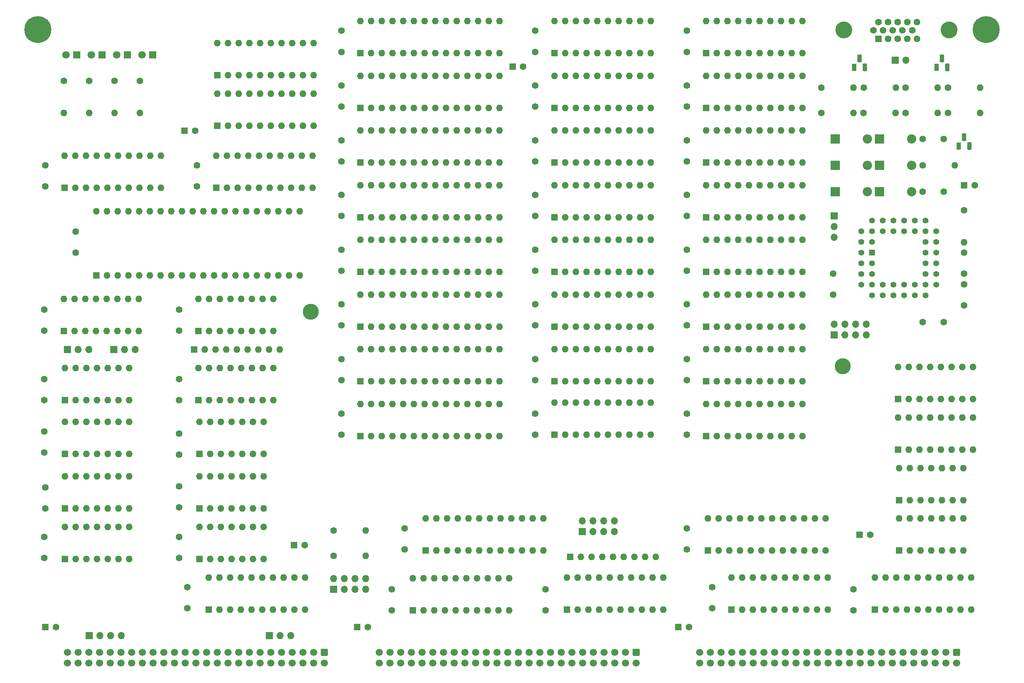
<source format=gbr>
%TF.GenerationSoftware,KiCad,Pcbnew,(6.0.11)*%
%TF.CreationDate,2024-01-19T05:48:24-05:00*%
%TF.ProjectId,input-output.GDC,696e7075-742d-46f7-9574-7075742e4744,rev?*%
%TF.SameCoordinates,Original*%
%TF.FileFunction,Soldermask,Bot*%
%TF.FilePolarity,Negative*%
%FSLAX46Y46*%
G04 Gerber Fmt 4.6, Leading zero omitted, Abs format (unit mm)*
G04 Created by KiCad (PCBNEW (6.0.11)) date 2024-01-19 05:48:24*
%MOMM*%
%LPD*%
G01*
G04 APERTURE LIST*
G04 Aperture macros list*
%AMRoundRect*
0 Rectangle with rounded corners*
0 $1 Rounding radius*
0 $2 $3 $4 $5 $6 $7 $8 $9 X,Y pos of 4 corners*
0 Add a 4 corners polygon primitive as box body*
4,1,4,$2,$3,$4,$5,$6,$7,$8,$9,$2,$3,0*
0 Add four circle primitives for the rounded corners*
1,1,$1+$1,$2,$3*
1,1,$1+$1,$4,$5*
1,1,$1+$1,$6,$7*
1,1,$1+$1,$8,$9*
0 Add four rect primitives between the rounded corners*
20,1,$1+$1,$2,$3,$4,$5,0*
20,1,$1+$1,$4,$5,$6,$7,0*
20,1,$1+$1,$6,$7,$8,$9,0*
20,1,$1+$1,$8,$9,$2,$3,0*%
G04 Aperture macros list end*
%ADD10C,6.400000*%
%ADD11RoundRect,0.250000X-0.600000X0.600000X-0.600000X-0.600000X0.600000X-0.600000X0.600000X0.600000X0*%
%ADD12C,1.700000*%
%ADD13R,1.700000X1.700000*%
%ADD14O,1.700000X1.700000*%
%ADD15C,1.600000*%
%ADD16R,1.600000X1.600000*%
%ADD17O,1.600000X1.600000*%
%ADD18R,2.200000X2.200000*%
%ADD19O,2.200000X2.200000*%
%ADD20R,1.800000X1.800000*%
%ADD21C,1.800000*%
%ADD22C,4.000000*%
%ADD23C,3.800000*%
%ADD24R,1.422400X1.422400*%
%ADD25C,1.422400*%
%ADD26R,1.100000X1.800000*%
%ADD27RoundRect,0.275000X-0.275000X-0.625000X0.275000X-0.625000X0.275000X0.625000X-0.275000X0.625000X0*%
G04 APERTURE END LIST*
D10*
%TO.C,H2*%
X265000000Y-75000000D03*
%TD*%
%TO.C,H1*%
X40000000Y-75000000D03*
%TD*%
D11*
%TO.C,P2*%
X182000000Y-223000000D03*
D12*
X182000000Y-225540000D03*
X179460000Y-223000000D03*
X179460000Y-225540000D03*
X176920000Y-223000000D03*
X176920000Y-225540000D03*
X174380000Y-223000000D03*
X174380000Y-225540000D03*
X171840000Y-223000000D03*
X171840000Y-225540000D03*
X169300000Y-223000000D03*
X169300000Y-225540000D03*
X166760000Y-223000000D03*
X166760000Y-225540000D03*
X164220000Y-223000000D03*
X164220000Y-225540000D03*
X161680000Y-223000000D03*
X161680000Y-225540000D03*
X159140000Y-223000000D03*
X159140000Y-225540000D03*
X156600000Y-223000000D03*
X156600000Y-225540000D03*
X154060000Y-223000000D03*
X154060000Y-225540000D03*
X151520000Y-223000000D03*
X151520000Y-225540000D03*
X148980000Y-223000000D03*
X148980000Y-225540000D03*
X146440000Y-223000000D03*
X146440000Y-225540000D03*
X143900000Y-223000000D03*
X143900000Y-225540000D03*
X141360000Y-223000000D03*
X141360000Y-225540000D03*
X138820000Y-223000000D03*
X138820000Y-225540000D03*
X136280000Y-223000000D03*
X136280000Y-225540000D03*
X133740000Y-223000000D03*
X133740000Y-225540000D03*
X131200000Y-223000000D03*
X131200000Y-225540000D03*
X128660000Y-223000000D03*
X128660000Y-225540000D03*
X126120000Y-223000000D03*
X126120000Y-225540000D03*
X123580000Y-223000000D03*
X123580000Y-225540000D03*
X121040000Y-223000000D03*
X121040000Y-225540000D03*
%TD*%
D11*
%TO.C,P3*%
X258000000Y-223000000D03*
D12*
X258000000Y-225540000D03*
X255460000Y-223000000D03*
X255460000Y-225540000D03*
X252920000Y-223000000D03*
X252920000Y-225540000D03*
X250380000Y-223000000D03*
X250380000Y-225540000D03*
X247840000Y-223000000D03*
X247840000Y-225540000D03*
X245300000Y-223000000D03*
X245300000Y-225540000D03*
X242760000Y-223000000D03*
X242760000Y-225540000D03*
X240220000Y-223000000D03*
X240220000Y-225540000D03*
X237680000Y-223000000D03*
X237680000Y-225540000D03*
X235140000Y-223000000D03*
X235140000Y-225540000D03*
X232600000Y-223000000D03*
X232600000Y-225540000D03*
X230060000Y-223000000D03*
X230060000Y-225540000D03*
X227520000Y-223000000D03*
X227520000Y-225540000D03*
X224980000Y-223000000D03*
X224980000Y-225540000D03*
X222440000Y-223000000D03*
X222440000Y-225540000D03*
X219900000Y-223000000D03*
X219900000Y-225540000D03*
X217360000Y-223000000D03*
X217360000Y-225540000D03*
X214820000Y-223000000D03*
X214820000Y-225540000D03*
X212280000Y-223000000D03*
X212280000Y-225540000D03*
X209740000Y-223000000D03*
X209740000Y-225540000D03*
X207200000Y-223000000D03*
X207200000Y-225540000D03*
X204660000Y-223000000D03*
X204660000Y-225540000D03*
X202120000Y-223000000D03*
X202120000Y-225540000D03*
X199580000Y-223000000D03*
X199580000Y-225540000D03*
X197040000Y-223000000D03*
X197040000Y-225540000D03*
%TD*%
D11*
%TO.C,P1*%
X108000000Y-223000000D03*
D12*
X108000000Y-225540000D03*
X105460000Y-223000000D03*
X105460000Y-225540000D03*
X102920000Y-223000000D03*
X102920000Y-225540000D03*
X100380000Y-223000000D03*
X100380000Y-225540000D03*
X97840000Y-223000000D03*
X97840000Y-225540000D03*
X95300000Y-223000000D03*
X95300000Y-225540000D03*
X92760000Y-223000000D03*
X92760000Y-225540000D03*
X90220000Y-223000000D03*
X90220000Y-225540000D03*
X87680000Y-223000000D03*
X87680000Y-225540000D03*
X85140000Y-223000000D03*
X85140000Y-225540000D03*
X82600000Y-223000000D03*
X82600000Y-225540000D03*
X80060000Y-223000000D03*
X80060000Y-225540000D03*
X77520000Y-223000000D03*
X77520000Y-225540000D03*
X74980000Y-223000000D03*
X74980000Y-225540000D03*
X72440000Y-223000000D03*
X72440000Y-225540000D03*
X69900000Y-223000000D03*
X69900000Y-225540000D03*
X67360000Y-223000000D03*
X67360000Y-225540000D03*
X64820000Y-223000000D03*
X64820000Y-225540000D03*
X62280000Y-223000000D03*
X62280000Y-225540000D03*
X59740000Y-223000000D03*
X59740000Y-225540000D03*
X57200000Y-223000000D03*
X57200000Y-225540000D03*
X54660000Y-223000000D03*
X54660000Y-225540000D03*
X52120000Y-223000000D03*
X52120000Y-225540000D03*
X49580000Y-223000000D03*
X49580000Y-225540000D03*
X47040000Y-223000000D03*
X47040000Y-225540000D03*
%TD*%
D13*
%TO.C,JP1*%
X229000000Y-119225000D03*
D14*
X229000000Y-121765000D03*
X229000000Y-124305000D03*
%TD*%
D15*
%TO.C,C16*%
X73500000Y-171000000D03*
X73500000Y-176000000D03*
%TD*%
D16*
%TO.C,U32*%
X198575000Y-93570000D03*
D17*
X201115000Y-93570000D03*
X203655000Y-93570000D03*
X206195000Y-93570000D03*
X208735000Y-93570000D03*
X211275000Y-93570000D03*
X213815000Y-93570000D03*
X216355000Y-93570000D03*
X218895000Y-93570000D03*
X221435000Y-93570000D03*
X221435000Y-85950000D03*
X218895000Y-85950000D03*
X216355000Y-85950000D03*
X213815000Y-85950000D03*
X211275000Y-85950000D03*
X208735000Y-85950000D03*
X206195000Y-85950000D03*
X203655000Y-85950000D03*
X201115000Y-85950000D03*
X198575000Y-85950000D03*
%TD*%
D15*
%TO.C,C58*%
X41800000Y-183750000D03*
X41800000Y-188750000D03*
%TD*%
D16*
%TO.C,U3*%
X132025000Y-198800000D03*
D17*
X134565000Y-198800000D03*
X137105000Y-198800000D03*
X139645000Y-198800000D03*
X142185000Y-198800000D03*
X144725000Y-198800000D03*
X147265000Y-198800000D03*
X149805000Y-198800000D03*
X152345000Y-198800000D03*
X154885000Y-198800000D03*
X157425000Y-198800000D03*
X159965000Y-198800000D03*
X159965000Y-191180000D03*
X157425000Y-191180000D03*
X154885000Y-191180000D03*
X152345000Y-191180000D03*
X149805000Y-191180000D03*
X147265000Y-191180000D03*
X144725000Y-191180000D03*
X142185000Y-191180000D03*
X139645000Y-191180000D03*
X137105000Y-191180000D03*
X134565000Y-191180000D03*
X132025000Y-191180000D03*
%TD*%
D15*
%TO.C,R5*%
X255940000Y-94750000D03*
D17*
X263560000Y-94750000D03*
%TD*%
D15*
%TO.C,C52*%
X250000000Y-144500000D03*
X255000000Y-144500000D03*
%TD*%
%TO.C,R2*%
X225940000Y-94750000D03*
D17*
X233560000Y-94750000D03*
%TD*%
D16*
%TO.C,U28*%
X116500000Y-93570000D03*
D17*
X119040000Y-93570000D03*
X121580000Y-93570000D03*
X124120000Y-93570000D03*
X126660000Y-93570000D03*
X129200000Y-93570000D03*
X131740000Y-93570000D03*
X134280000Y-93570000D03*
X136820000Y-93570000D03*
X139360000Y-93570000D03*
X141900000Y-93570000D03*
X144440000Y-93570000D03*
X146980000Y-93570000D03*
X149520000Y-93570000D03*
X149520000Y-85950000D03*
X146980000Y-85950000D03*
X144440000Y-85950000D03*
X141900000Y-85950000D03*
X139360000Y-85950000D03*
X136820000Y-85950000D03*
X134280000Y-85950000D03*
X131740000Y-85950000D03*
X129200000Y-85950000D03*
X126660000Y-85950000D03*
X124120000Y-85950000D03*
X121580000Y-85950000D03*
X119040000Y-85950000D03*
X116500000Y-85950000D03*
%TD*%
D16*
%TO.C,U17*%
X78375000Y-175800000D03*
D17*
X80915000Y-175800000D03*
X83455000Y-175800000D03*
X85995000Y-175800000D03*
X88535000Y-175800000D03*
X91075000Y-175800000D03*
X93615000Y-175800000D03*
X93615000Y-168180000D03*
X91075000Y-168180000D03*
X88535000Y-168180000D03*
X85995000Y-168180000D03*
X83455000Y-168180000D03*
X80915000Y-168180000D03*
X78375000Y-168180000D03*
%TD*%
D16*
%TO.C,U4*%
X53875000Y-133395000D03*
D17*
X56415000Y-133395000D03*
X58955000Y-133395000D03*
X61495000Y-133395000D03*
X64035000Y-133395000D03*
X66575000Y-133395000D03*
X69115000Y-133395000D03*
X71655000Y-133395000D03*
X74195000Y-133395000D03*
X76735000Y-133395000D03*
X79275000Y-133395000D03*
X81815000Y-133395000D03*
X84355000Y-133395000D03*
X86895000Y-133395000D03*
X89435000Y-133395000D03*
X91975000Y-133395000D03*
X94515000Y-133395000D03*
X97055000Y-133395000D03*
X99595000Y-133395000D03*
X102135000Y-133395000D03*
X102135000Y-118155000D03*
X99595000Y-118155000D03*
X97055000Y-118155000D03*
X94515000Y-118155000D03*
X91975000Y-118155000D03*
X89435000Y-118155000D03*
X86895000Y-118155000D03*
X84355000Y-118155000D03*
X81815000Y-118155000D03*
X79275000Y-118155000D03*
X76735000Y-118155000D03*
X74195000Y-118155000D03*
X71655000Y-118155000D03*
X69115000Y-118155000D03*
X66575000Y-118155000D03*
X64035000Y-118155000D03*
X61495000Y-118155000D03*
X58955000Y-118155000D03*
X56415000Y-118155000D03*
X53875000Y-118155000D03*
%TD*%
D16*
%TO.C,U31*%
X198575000Y-145570000D03*
D17*
X201115000Y-145570000D03*
X203655000Y-145570000D03*
X206195000Y-145570000D03*
X208735000Y-145570000D03*
X211275000Y-145570000D03*
X213815000Y-145570000D03*
X216355000Y-145570000D03*
X218895000Y-145570000D03*
X221435000Y-145570000D03*
X221435000Y-137950000D03*
X218895000Y-137950000D03*
X216355000Y-137950000D03*
X213815000Y-137950000D03*
X211275000Y-137950000D03*
X208735000Y-137950000D03*
X206195000Y-137950000D03*
X203655000Y-137950000D03*
X201115000Y-137950000D03*
X198575000Y-137950000D03*
%TD*%
D15*
%TO.C,C55*%
X194000000Y-101270000D03*
X194000000Y-106270000D03*
%TD*%
D16*
%TO.C,J2*%
X244125000Y-162800000D03*
D17*
X246665000Y-162800000D03*
X249205000Y-162800000D03*
X251745000Y-162800000D03*
X254285000Y-162800000D03*
X256825000Y-162800000D03*
X259365000Y-162800000D03*
X261905000Y-162800000D03*
X261905000Y-155180000D03*
X259365000Y-155180000D03*
X256825000Y-155180000D03*
X254285000Y-155180000D03*
X251745000Y-155180000D03*
X249205000Y-155180000D03*
X246665000Y-155180000D03*
X244125000Y-155180000D03*
%TD*%
D16*
%TO.C,U7*%
X199000000Y-198800000D03*
D17*
X201540000Y-198800000D03*
X204080000Y-198800000D03*
X206620000Y-198800000D03*
X209160000Y-198800000D03*
X211700000Y-198800000D03*
X214240000Y-198800000D03*
X216780000Y-198800000D03*
X219320000Y-198800000D03*
X221860000Y-198800000D03*
X224400000Y-198800000D03*
X226940000Y-198800000D03*
X226940000Y-191180000D03*
X224400000Y-191180000D03*
X221860000Y-191180000D03*
X219320000Y-191180000D03*
X216780000Y-191180000D03*
X214240000Y-191180000D03*
X211700000Y-191180000D03*
X209160000Y-191180000D03*
X206620000Y-191180000D03*
X204080000Y-191180000D03*
X201540000Y-191180000D03*
X199000000Y-191180000D03*
%TD*%
D18*
%TO.C,D9*%
X229190000Y-101000000D03*
D19*
X236810000Y-101000000D03*
%TD*%
D15*
%TO.C,C43*%
X112000000Y-127270000D03*
X112000000Y-132270000D03*
%TD*%
D16*
%TO.C,C22*%
X115794900Y-217000000D03*
D15*
X118294900Y-217000000D03*
%TD*%
%TO.C,C10*%
X73500000Y-141500000D03*
X73500000Y-146500000D03*
%TD*%
%TO.C,C46*%
X194000000Y-153270000D03*
X194000000Y-158270000D03*
%TD*%
D16*
%TO.C,U29*%
X198575000Y-171570000D03*
D17*
X201115000Y-171570000D03*
X203655000Y-171570000D03*
X206195000Y-171570000D03*
X208735000Y-171570000D03*
X211275000Y-171570000D03*
X213815000Y-171570000D03*
X216355000Y-171570000D03*
X218895000Y-171570000D03*
X221435000Y-171570000D03*
X221435000Y-163950000D03*
X218895000Y-163950000D03*
X216355000Y-163950000D03*
X213815000Y-163950000D03*
X211275000Y-163950000D03*
X208735000Y-163950000D03*
X206195000Y-163950000D03*
X203655000Y-163950000D03*
X201115000Y-163950000D03*
X198575000Y-163950000D03*
%TD*%
D15*
%TO.C,C31*%
X259750000Y-135500000D03*
X259750000Y-140500000D03*
%TD*%
D20*
%TO.C,D1*%
X49250000Y-80950000D03*
D21*
X46710000Y-80950000D03*
%TD*%
D16*
%TO.C,X4*%
X46425000Y-175800000D03*
D17*
X48965000Y-175800000D03*
X51505000Y-175800000D03*
X54045000Y-175800000D03*
X56585000Y-175800000D03*
X59125000Y-175800000D03*
X61665000Y-175800000D03*
X61665000Y-168180000D03*
X59125000Y-168180000D03*
X56585000Y-168180000D03*
X54045000Y-168180000D03*
X51505000Y-168180000D03*
X48965000Y-168180000D03*
X46425000Y-168180000D03*
%TD*%
D15*
%TO.C,C14*%
X160500000Y-208000000D03*
X160500000Y-213000000D03*
%TD*%
%TO.C,R10*%
X255940000Y-88750000D03*
D17*
X263560000Y-88750000D03*
%TD*%
D16*
%TO.C,U33*%
X162575000Y-158570000D03*
D17*
X165115000Y-158570000D03*
X167655000Y-158570000D03*
X170195000Y-158570000D03*
X172735000Y-158570000D03*
X175275000Y-158570000D03*
X177815000Y-158570000D03*
X180355000Y-158570000D03*
X182895000Y-158570000D03*
X185435000Y-158570000D03*
X185435000Y-150950000D03*
X182895000Y-150950000D03*
X180355000Y-150950000D03*
X177815000Y-150950000D03*
X175275000Y-150950000D03*
X172735000Y-150950000D03*
X170195000Y-150950000D03*
X167655000Y-150950000D03*
X165115000Y-150950000D03*
X162575000Y-150950000D03*
%TD*%
D16*
%TO.C,C20*%
X192000000Y-217000000D03*
D15*
X194500000Y-217000000D03*
%TD*%
%TO.C,C45*%
X194000000Y-166270000D03*
X194000000Y-171270000D03*
%TD*%
%TO.C,C7*%
X194000000Y-193500000D03*
X194000000Y-198500000D03*
%TD*%
D16*
%TO.C,C27*%
X235000000Y-195000000D03*
D15*
X237500000Y-195000000D03*
%TD*%
D16*
%TO.C,J5*%
X244125000Y-174800000D03*
D17*
X246665000Y-174800000D03*
X249205000Y-174800000D03*
X251745000Y-174800000D03*
X254285000Y-174800000D03*
X256825000Y-174800000D03*
X259365000Y-174800000D03*
X261905000Y-174800000D03*
X261905000Y-167180000D03*
X259365000Y-167180000D03*
X256825000Y-167180000D03*
X254285000Y-167180000D03*
X251745000Y-167180000D03*
X249205000Y-167180000D03*
X246665000Y-167180000D03*
X244125000Y-167180000D03*
%TD*%
D15*
%TO.C,C37*%
X194000000Y-127270000D03*
X194000000Y-132270000D03*
%TD*%
%TO.C,R13*%
X110190000Y-194000000D03*
D17*
X117810000Y-194000000D03*
%TD*%
D16*
%TO.C,U21*%
X165575000Y-212800000D03*
D17*
X168115000Y-212800000D03*
X170655000Y-212800000D03*
X173195000Y-212800000D03*
X175735000Y-212800000D03*
X178275000Y-212800000D03*
X180815000Y-212800000D03*
X183355000Y-212800000D03*
X185895000Y-212800000D03*
X188435000Y-212800000D03*
X188435000Y-205180000D03*
X185895000Y-205180000D03*
X183355000Y-205180000D03*
X180815000Y-205180000D03*
X178275000Y-205180000D03*
X175735000Y-205180000D03*
X173195000Y-205180000D03*
X170655000Y-205180000D03*
X168115000Y-205180000D03*
X165575000Y-205180000D03*
%TD*%
D22*
%TO.C,P5*%
X231265000Y-75100300D03*
X256265000Y-75100300D03*
D16*
X239450000Y-77150300D03*
D15*
X241740000Y-77150300D03*
X244030000Y-77150300D03*
X246320000Y-77150300D03*
X248610000Y-77150300D03*
X238305000Y-75170300D03*
X240595000Y-75170300D03*
X242885000Y-75170300D03*
X245175000Y-75170300D03*
X247465000Y-75170300D03*
X239450000Y-73190300D03*
X241740000Y-73190300D03*
X244030000Y-73190300D03*
X246320000Y-73190300D03*
X248610000Y-73190300D03*
%TD*%
%TO.C,C18*%
X73500000Y-183500000D03*
X73500000Y-188500000D03*
%TD*%
%TO.C,C54*%
X158000000Y-153270000D03*
X158000000Y-158270000D03*
%TD*%
D18*
%TO.C,D6*%
X239690000Y-113500000D03*
D19*
X247310000Y-113500000D03*
%TD*%
D15*
%TO.C,C9*%
X41550000Y-195500000D03*
X41550000Y-200500000D03*
%TD*%
%TO.C,C15*%
X49000000Y-123000000D03*
X49000000Y-128000000D03*
%TD*%
D23*
%TO.C,H4*%
X231000000Y-155000000D03*
%TD*%
D16*
%TO.C,U59*%
X46425000Y-188800000D03*
D17*
X48965000Y-188800000D03*
X51505000Y-188800000D03*
X54045000Y-188800000D03*
X56585000Y-188800000D03*
X59125000Y-188800000D03*
X61665000Y-188800000D03*
X61665000Y-181180000D03*
X59125000Y-181180000D03*
X56585000Y-181180000D03*
X54045000Y-181180000D03*
X51505000Y-181180000D03*
X48965000Y-181180000D03*
X46425000Y-181180000D03*
%TD*%
D16*
%TO.C,U5*%
X78375000Y-200800000D03*
D17*
X80915000Y-200800000D03*
X83455000Y-200800000D03*
X85995000Y-200800000D03*
X88535000Y-200800000D03*
X91075000Y-200800000D03*
X93615000Y-200800000D03*
X93615000Y-193180000D03*
X91075000Y-193180000D03*
X88535000Y-193180000D03*
X85995000Y-193180000D03*
X83455000Y-193180000D03*
X80915000Y-193180000D03*
X78375000Y-193180000D03*
%TD*%
D13*
%TO.C,J9*%
X94975000Y-219000000D03*
D14*
X97515000Y-219000000D03*
X100055000Y-219000000D03*
%TD*%
D15*
%TO.C,R1*%
X46210000Y-87190000D03*
D17*
X46210000Y-94810000D03*
%TD*%
D15*
%TO.C,R7*%
X259750000Y-117940000D03*
D17*
X259750000Y-125560000D03*
%TD*%
D24*
%TO.C,U51*%
X237900000Y-127980000D03*
D25*
X235360000Y-130520000D03*
X237900000Y-130520000D03*
X235360000Y-133060000D03*
X237900000Y-133060000D03*
X235360000Y-135600000D03*
X237900000Y-138140000D03*
X237900000Y-135600000D03*
X240440000Y-138140000D03*
X240440000Y-135600000D03*
X242980000Y-138140000D03*
X242980000Y-135600000D03*
X245520000Y-138140000D03*
X245520000Y-135600000D03*
X248060000Y-138140000D03*
X248060000Y-135600000D03*
X250600000Y-138140000D03*
X253140000Y-135600000D03*
X250600000Y-135600000D03*
X253140000Y-133060000D03*
X250600000Y-133060000D03*
X253140000Y-130520000D03*
X250600000Y-130520000D03*
X253140000Y-127980000D03*
X250600000Y-127980000D03*
X253140000Y-125440000D03*
X250600000Y-125440000D03*
X253140000Y-122900000D03*
X250600000Y-120360000D03*
X250600000Y-122900000D03*
X248060000Y-120360000D03*
X248060000Y-122900000D03*
X245520000Y-120360000D03*
X245520000Y-122900000D03*
X242980000Y-120360000D03*
X242980000Y-122900000D03*
X240440000Y-120360000D03*
X240440000Y-122900000D03*
X237900000Y-120360000D03*
X235360000Y-122900000D03*
X237900000Y-122900000D03*
X235360000Y-125440000D03*
X237900000Y-125440000D03*
X235360000Y-127980000D03*
%TD*%
D16*
%TO.C,U27*%
X116500000Y-145570000D03*
D17*
X119040000Y-145570000D03*
X121580000Y-145570000D03*
X124120000Y-145570000D03*
X126660000Y-145570000D03*
X129200000Y-145570000D03*
X131740000Y-145570000D03*
X134280000Y-145570000D03*
X136820000Y-145570000D03*
X139360000Y-145570000D03*
X141900000Y-145570000D03*
X144440000Y-145570000D03*
X146980000Y-145570000D03*
X149520000Y-145570000D03*
X149520000Y-137950000D03*
X146980000Y-137950000D03*
X144440000Y-137950000D03*
X141900000Y-137950000D03*
X139360000Y-137950000D03*
X136820000Y-137950000D03*
X134280000Y-137950000D03*
X131740000Y-137950000D03*
X129200000Y-137950000D03*
X126660000Y-137950000D03*
X124120000Y-137950000D03*
X121580000Y-137950000D03*
X119040000Y-137950000D03*
X116500000Y-137950000D03*
%TD*%
D15*
%TO.C,C38*%
X112000000Y-114270000D03*
X112000000Y-119270000D03*
%TD*%
%TO.C,R6*%
X110190000Y-200000000D03*
D17*
X117810000Y-200000000D03*
%TD*%
D15*
%TO.C,C32*%
X228750000Y-133000000D03*
X228750000Y-138000000D03*
%TD*%
D16*
%TO.C,U1*%
X82325000Y-112570000D03*
D17*
X84865000Y-112570000D03*
X87405000Y-112570000D03*
X89945000Y-112570000D03*
X92485000Y-112570000D03*
X95025000Y-112570000D03*
X97565000Y-112570000D03*
X100105000Y-112570000D03*
X102645000Y-112570000D03*
X105185000Y-112570000D03*
X105185000Y-104950000D03*
X102645000Y-104950000D03*
X100105000Y-104950000D03*
X97565000Y-104950000D03*
X95025000Y-104950000D03*
X92485000Y-104950000D03*
X89945000Y-104950000D03*
X87405000Y-104950000D03*
X84865000Y-104950000D03*
X82325000Y-104950000D03*
%TD*%
D20*
%TO.C,D5*%
X61250000Y-80950000D03*
D21*
X58710000Y-80950000D03*
%TD*%
D16*
%TO.C,U14*%
X238575000Y-212800000D03*
D17*
X241115000Y-212800000D03*
X243655000Y-212800000D03*
X246195000Y-212800000D03*
X248735000Y-212800000D03*
X251275000Y-212800000D03*
X253815000Y-212800000D03*
X256355000Y-212800000D03*
X258895000Y-212800000D03*
X261435000Y-212800000D03*
X261435000Y-205180000D03*
X258895000Y-205180000D03*
X256355000Y-205180000D03*
X253815000Y-205180000D03*
X251275000Y-205180000D03*
X248735000Y-205180000D03*
X246195000Y-205180000D03*
X243655000Y-205180000D03*
X241115000Y-205180000D03*
X238575000Y-205180000D03*
%TD*%
D15*
%TO.C,C57*%
X194000000Y-75270000D03*
X194000000Y-80270000D03*
%TD*%
D16*
%TO.C,U24*%
X162575000Y-93570000D03*
D17*
X165115000Y-93570000D03*
X167655000Y-93570000D03*
X170195000Y-93570000D03*
X172735000Y-93570000D03*
X175275000Y-93570000D03*
X177815000Y-93570000D03*
X180355000Y-93570000D03*
X182895000Y-93570000D03*
X185435000Y-93570000D03*
X185435000Y-85950000D03*
X182895000Y-85950000D03*
X180355000Y-85950000D03*
X177815000Y-85950000D03*
X175275000Y-85950000D03*
X172735000Y-85950000D03*
X170195000Y-85950000D03*
X167655000Y-85950000D03*
X165115000Y-85950000D03*
X162575000Y-85950000D03*
%TD*%
D16*
%TO.C,U25*%
X116500000Y-171570000D03*
D17*
X119040000Y-171570000D03*
X121580000Y-171570000D03*
X124120000Y-171570000D03*
X126660000Y-171570000D03*
X129200000Y-171570000D03*
X131740000Y-171570000D03*
X134280000Y-171570000D03*
X136820000Y-171570000D03*
X139360000Y-171570000D03*
X141900000Y-171570000D03*
X144440000Y-171570000D03*
X146980000Y-171570000D03*
X149520000Y-171570000D03*
X149520000Y-163950000D03*
X146980000Y-163950000D03*
X144440000Y-163950000D03*
X141900000Y-163950000D03*
X139360000Y-163950000D03*
X136820000Y-163950000D03*
X134280000Y-163950000D03*
X131740000Y-163950000D03*
X129200000Y-163950000D03*
X126660000Y-163950000D03*
X124120000Y-163950000D03*
X121580000Y-163950000D03*
X119040000Y-163950000D03*
X116500000Y-163950000D03*
%TD*%
D16*
%TO.C,C23*%
X259794900Y-112000000D03*
D15*
X262294900Y-112000000D03*
%TD*%
D18*
%TO.C,D7*%
X229190000Y-107250000D03*
D19*
X236810000Y-107250000D03*
%TD*%
D16*
%TO.C,U47*%
X46425000Y-163070000D03*
D17*
X48965000Y-163070000D03*
X51505000Y-163070000D03*
X54045000Y-163070000D03*
X56585000Y-163070000D03*
X59125000Y-163070000D03*
X61665000Y-163070000D03*
X61665000Y-155450000D03*
X59125000Y-155450000D03*
X56585000Y-155450000D03*
X54045000Y-155450000D03*
X51505000Y-155450000D03*
X48965000Y-155450000D03*
X46425000Y-155450000D03*
%TD*%
D15*
%TO.C,R9*%
X236000000Y-88750000D03*
D17*
X243620000Y-88750000D03*
%TD*%
D16*
%TO.C,U38*%
X116500000Y-158570000D03*
D17*
X119040000Y-158570000D03*
X121580000Y-158570000D03*
X124120000Y-158570000D03*
X126660000Y-158570000D03*
X129200000Y-158570000D03*
X131740000Y-158570000D03*
X134280000Y-158570000D03*
X136820000Y-158570000D03*
X139360000Y-158570000D03*
X141900000Y-158570000D03*
X144440000Y-158570000D03*
X146980000Y-158570000D03*
X149520000Y-158570000D03*
X149520000Y-150950000D03*
X146980000Y-150950000D03*
X144440000Y-150950000D03*
X141900000Y-150950000D03*
X139360000Y-150950000D03*
X136820000Y-150950000D03*
X134280000Y-150950000D03*
X131740000Y-150950000D03*
X129200000Y-150950000D03*
X126660000Y-150950000D03*
X124120000Y-150950000D03*
X121580000Y-150950000D03*
X119040000Y-150950000D03*
X116500000Y-150950000D03*
%TD*%
D16*
%TO.C,U6*%
X46175000Y-146570000D03*
D17*
X48715000Y-146570000D03*
X51255000Y-146570000D03*
X53795000Y-146570000D03*
X56335000Y-146570000D03*
X58875000Y-146570000D03*
X61415000Y-146570000D03*
X63955000Y-146570000D03*
X63955000Y-138950000D03*
X61415000Y-138950000D03*
X58875000Y-138950000D03*
X56335000Y-138950000D03*
X53795000Y-138950000D03*
X51255000Y-138950000D03*
X48715000Y-138950000D03*
X46175000Y-138950000D03*
%TD*%
D15*
%TO.C,R16*%
X58210000Y-87190000D03*
D17*
X58210000Y-94810000D03*
%TD*%
D16*
%TO.C,U45*%
X198575000Y-158570000D03*
D17*
X201115000Y-158570000D03*
X203655000Y-158570000D03*
X206195000Y-158570000D03*
X208735000Y-158570000D03*
X211275000Y-158570000D03*
X213815000Y-158570000D03*
X216355000Y-158570000D03*
X218895000Y-158570000D03*
X221435000Y-158570000D03*
X221435000Y-150950000D03*
X218895000Y-150950000D03*
X216355000Y-150950000D03*
X213815000Y-150950000D03*
X211275000Y-150950000D03*
X208735000Y-150950000D03*
X206195000Y-150950000D03*
X203655000Y-150950000D03*
X201115000Y-150950000D03*
X198575000Y-150950000D03*
%TD*%
D15*
%TO.C,R4*%
X245940000Y-94750000D03*
D17*
X253560000Y-94750000D03*
%TD*%
D16*
%TO.C,RR1*%
X77075000Y-151020000D03*
D17*
X79615000Y-151020000D03*
X82155000Y-151020000D03*
X84695000Y-151020000D03*
X87235000Y-151020000D03*
X89775000Y-151020000D03*
X92315000Y-151020000D03*
X94855000Y-151020000D03*
X97395000Y-151020000D03*
%TD*%
D16*
%TO.C,U26*%
X116500000Y-119570000D03*
D17*
X119040000Y-119570000D03*
X121580000Y-119570000D03*
X124120000Y-119570000D03*
X126660000Y-119570000D03*
X129200000Y-119570000D03*
X131740000Y-119570000D03*
X134280000Y-119570000D03*
X136820000Y-119570000D03*
X139360000Y-119570000D03*
X141900000Y-119570000D03*
X144440000Y-119570000D03*
X146980000Y-119570000D03*
X149520000Y-119570000D03*
X149520000Y-111950000D03*
X146980000Y-111950000D03*
X144440000Y-111950000D03*
X141900000Y-111950000D03*
X139360000Y-111950000D03*
X136820000Y-111950000D03*
X134280000Y-111950000D03*
X131740000Y-111950000D03*
X129200000Y-111950000D03*
X126660000Y-111950000D03*
X124120000Y-111950000D03*
X121580000Y-111950000D03*
X119040000Y-111950000D03*
X116500000Y-111950000D03*
%TD*%
D18*
%TO.C,D8*%
X239690000Y-107250000D03*
D19*
X247310000Y-107250000D03*
%TD*%
D16*
%TO.C,U20*%
X162575000Y-171270000D03*
D17*
X165115000Y-171270000D03*
X167655000Y-171270000D03*
X170195000Y-171270000D03*
X172735000Y-171270000D03*
X175275000Y-171270000D03*
X177815000Y-171270000D03*
X180355000Y-171270000D03*
X182895000Y-171270000D03*
X185435000Y-171270000D03*
X185435000Y-163650000D03*
X182895000Y-163650000D03*
X180355000Y-163650000D03*
X177815000Y-163650000D03*
X175275000Y-163650000D03*
X172735000Y-163650000D03*
X170195000Y-163650000D03*
X167655000Y-163650000D03*
X165115000Y-163650000D03*
X162575000Y-163650000D03*
%TD*%
D16*
%TO.C,C21*%
X41794900Y-217000000D03*
D15*
X44294900Y-217000000D03*
%TD*%
%TO.C,C12*%
X124000000Y-208000000D03*
X124000000Y-213000000D03*
%TD*%
D16*
%TO.C,U36*%
X162575000Y-80570000D03*
D17*
X165115000Y-80570000D03*
X167655000Y-80570000D03*
X170195000Y-80570000D03*
X172735000Y-80570000D03*
X175275000Y-80570000D03*
X177815000Y-80570000D03*
X180355000Y-80570000D03*
X182895000Y-80570000D03*
X185435000Y-80570000D03*
X185435000Y-72950000D03*
X182895000Y-72950000D03*
X180355000Y-72950000D03*
X177815000Y-72950000D03*
X175275000Y-72950000D03*
X172735000Y-72950000D03*
X170195000Y-72950000D03*
X167655000Y-72950000D03*
X165115000Y-72950000D03*
X162575000Y-72950000D03*
%TD*%
D18*
%TO.C,D10*%
X239690000Y-101000000D03*
D19*
X247310000Y-101000000D03*
%TD*%
D15*
%TO.C,C19*%
X41550000Y-158000000D03*
X41550000Y-163000000D03*
%TD*%
%TO.C,C56*%
X112000000Y-88270000D03*
X112000000Y-93270000D03*
%TD*%
%TO.C,C51*%
X158000000Y-140270000D03*
X158000000Y-145270000D03*
%TD*%
D16*
%TO.C,U46*%
X198575000Y-106570000D03*
D17*
X201115000Y-106570000D03*
X203655000Y-106570000D03*
X206195000Y-106570000D03*
X208735000Y-106570000D03*
X211275000Y-106570000D03*
X213815000Y-106570000D03*
X216355000Y-106570000D03*
X218895000Y-106570000D03*
X221435000Y-106570000D03*
X221435000Y-98950000D03*
X218895000Y-98950000D03*
X216355000Y-98950000D03*
X213815000Y-98950000D03*
X211275000Y-98950000D03*
X208735000Y-98950000D03*
X206195000Y-98950000D03*
X203655000Y-98950000D03*
X201115000Y-98950000D03*
X198575000Y-98950000D03*
%TD*%
D16*
%TO.C,U40*%
X116500000Y-106570000D03*
D17*
X119040000Y-106570000D03*
X121580000Y-106570000D03*
X124120000Y-106570000D03*
X126660000Y-106570000D03*
X129200000Y-106570000D03*
X131740000Y-106570000D03*
X134280000Y-106570000D03*
X136820000Y-106570000D03*
X139360000Y-106570000D03*
X141900000Y-106570000D03*
X144440000Y-106570000D03*
X146980000Y-106570000D03*
X149520000Y-106570000D03*
X149520000Y-98950000D03*
X146980000Y-98950000D03*
X144440000Y-98950000D03*
X141900000Y-98950000D03*
X139360000Y-98950000D03*
X136820000Y-98950000D03*
X134280000Y-98950000D03*
X131740000Y-98950000D03*
X129200000Y-98950000D03*
X126660000Y-98950000D03*
X124120000Y-98950000D03*
X121580000Y-98950000D03*
X119040000Y-98950000D03*
X116500000Y-98950000D03*
%TD*%
D16*
%TO.C,C24*%
X74794900Y-99000000D03*
D15*
X77294900Y-99000000D03*
%TD*%
D16*
%TO.C,J3*%
X82575000Y-97800000D03*
D17*
X85115000Y-97800000D03*
X87655000Y-97800000D03*
X90195000Y-97800000D03*
X92735000Y-97800000D03*
X95275000Y-97800000D03*
X97815000Y-97800000D03*
X100355000Y-97800000D03*
X102895000Y-97800000D03*
X105435000Y-97800000D03*
X105435000Y-90180000D03*
X102895000Y-90180000D03*
X100355000Y-90180000D03*
X97815000Y-90180000D03*
X95275000Y-90180000D03*
X92735000Y-90180000D03*
X90195000Y-90180000D03*
X87655000Y-90180000D03*
X85115000Y-90180000D03*
X82575000Y-90180000D03*
%TD*%
D13*
%TO.C,P4*%
X52200000Y-219000000D03*
D14*
X54740000Y-219000000D03*
X57280000Y-219000000D03*
X59820000Y-219000000D03*
%TD*%
D16*
%TO.C,U34*%
X162575000Y-106570000D03*
D17*
X165115000Y-106570000D03*
X167655000Y-106570000D03*
X170195000Y-106570000D03*
X172735000Y-106570000D03*
X175275000Y-106570000D03*
X177815000Y-106570000D03*
X180355000Y-106570000D03*
X182895000Y-106570000D03*
X185435000Y-106570000D03*
X185435000Y-98950000D03*
X182895000Y-98950000D03*
X180355000Y-98950000D03*
X177815000Y-98950000D03*
X175275000Y-98950000D03*
X172735000Y-98950000D03*
X170195000Y-98950000D03*
X167655000Y-98950000D03*
X165115000Y-98950000D03*
X162575000Y-98950000D03*
%TD*%
D26*
%TO.C,D11*%
X258500000Y-102650000D03*
D27*
X259770000Y-100580000D03*
X261040000Y-102650000D03*
%TD*%
D16*
%TO.C,U30*%
X198575000Y-119570000D03*
D17*
X201115000Y-119570000D03*
X203655000Y-119570000D03*
X206195000Y-119570000D03*
X208735000Y-119570000D03*
X211275000Y-119570000D03*
X213815000Y-119570000D03*
X216355000Y-119570000D03*
X218895000Y-119570000D03*
X221435000Y-119570000D03*
X221435000Y-111950000D03*
X218895000Y-111950000D03*
X216355000Y-111950000D03*
X213815000Y-111950000D03*
X211275000Y-111950000D03*
X208735000Y-111950000D03*
X206195000Y-111950000D03*
X203655000Y-111950000D03*
X201115000Y-111950000D03*
X198575000Y-111950000D03*
%TD*%
D16*
%TO.C,U43*%
X198575000Y-132570000D03*
D17*
X201115000Y-132570000D03*
X203655000Y-132570000D03*
X206195000Y-132570000D03*
X208735000Y-132570000D03*
X211275000Y-132570000D03*
X213815000Y-132570000D03*
X216355000Y-132570000D03*
X218895000Y-132570000D03*
X221435000Y-132570000D03*
X221435000Y-124950000D03*
X218895000Y-124950000D03*
X216355000Y-124950000D03*
X213815000Y-124950000D03*
X211275000Y-124950000D03*
X208735000Y-124950000D03*
X206195000Y-124950000D03*
X203655000Y-124950000D03*
X201115000Y-124950000D03*
X198575000Y-124950000D03*
%TD*%
D15*
%TO.C,R12*%
X225940000Y-88750000D03*
D17*
X233560000Y-88750000D03*
%TD*%
D16*
%TO.C,U9*%
X78125000Y-146570000D03*
D17*
X80665000Y-146570000D03*
X83205000Y-146570000D03*
X85745000Y-146570000D03*
X88285000Y-146570000D03*
X90825000Y-146570000D03*
X93365000Y-146570000D03*
X95905000Y-146570000D03*
X95905000Y-138950000D03*
X93365000Y-138950000D03*
X90825000Y-138950000D03*
X88285000Y-138950000D03*
X85745000Y-138950000D03*
X83205000Y-138950000D03*
X80665000Y-138950000D03*
X78125000Y-138950000D03*
%TD*%
D13*
%TO.C,SW1*%
X169200000Y-194275000D03*
D14*
X169200000Y-191735000D03*
X171740000Y-194275000D03*
X171740000Y-191735000D03*
X174280000Y-194275000D03*
X174280000Y-191735000D03*
X176820000Y-194275000D03*
X176820000Y-191735000D03*
%TD*%
D15*
%TO.C,R8*%
X249940000Y-107250000D03*
D17*
X257560000Y-107250000D03*
%TD*%
D15*
%TO.C,C39*%
X158000000Y-101270000D03*
X158000000Y-106270000D03*
%TD*%
D16*
%TO.C,J1*%
X244375000Y-186800000D03*
D17*
X246915000Y-186800000D03*
X249455000Y-186800000D03*
X251995000Y-186800000D03*
X254535000Y-186800000D03*
X257075000Y-186800000D03*
X259615000Y-186800000D03*
X259615000Y-179180000D03*
X257075000Y-179180000D03*
X254535000Y-179180000D03*
X251995000Y-179180000D03*
X249455000Y-179180000D03*
X246915000Y-179180000D03*
X244375000Y-179180000D03*
%TD*%
D15*
%TO.C,C53*%
X112000000Y-166270000D03*
X112000000Y-171270000D03*
%TD*%
D16*
%TO.C,U48*%
X204575000Y-212800000D03*
D17*
X207115000Y-212800000D03*
X209655000Y-212800000D03*
X212195000Y-212800000D03*
X214735000Y-212800000D03*
X217275000Y-212800000D03*
X219815000Y-212800000D03*
X222355000Y-212800000D03*
X224895000Y-212800000D03*
X227435000Y-212800000D03*
X227435000Y-205180000D03*
X224895000Y-205180000D03*
X222355000Y-205180000D03*
X219815000Y-205180000D03*
X217275000Y-205180000D03*
X214735000Y-205180000D03*
X212195000Y-205180000D03*
X209655000Y-205180000D03*
X207115000Y-205180000D03*
X204575000Y-205180000D03*
%TD*%
D15*
%TO.C,C50*%
X158000000Y-166270000D03*
X158000000Y-171270000D03*
%TD*%
D16*
%TO.C,C25*%
X100794900Y-197500000D03*
D15*
X103294900Y-197500000D03*
%TD*%
D16*
%TO.C,U44*%
X198575000Y-80570000D03*
D17*
X201115000Y-80570000D03*
X203655000Y-80570000D03*
X206195000Y-80570000D03*
X208735000Y-80570000D03*
X211275000Y-80570000D03*
X213815000Y-80570000D03*
X216355000Y-80570000D03*
X218895000Y-80570000D03*
X221435000Y-80570000D03*
X221435000Y-72950000D03*
X218895000Y-72950000D03*
X216355000Y-72950000D03*
X213815000Y-72950000D03*
X211275000Y-72950000D03*
X208735000Y-72950000D03*
X206195000Y-72950000D03*
X203655000Y-72950000D03*
X201115000Y-72950000D03*
X198575000Y-72950000D03*
%TD*%
D15*
%TO.C,C40*%
X112000000Y-101270000D03*
X112000000Y-106270000D03*
%TD*%
D16*
%TO.C,U42*%
X116500000Y-80570000D03*
D17*
X119040000Y-80570000D03*
X121580000Y-80570000D03*
X124120000Y-80570000D03*
X126660000Y-80570000D03*
X129200000Y-80570000D03*
X131740000Y-80570000D03*
X134280000Y-80570000D03*
X136820000Y-80570000D03*
X139360000Y-80570000D03*
X141900000Y-80570000D03*
X144440000Y-80570000D03*
X146980000Y-80570000D03*
X149520000Y-80570000D03*
X149520000Y-72950000D03*
X146980000Y-72950000D03*
X144440000Y-72950000D03*
X141900000Y-72950000D03*
X139360000Y-72950000D03*
X136820000Y-72950000D03*
X134280000Y-72950000D03*
X131740000Y-72950000D03*
X129200000Y-72950000D03*
X126660000Y-72950000D03*
X124120000Y-72950000D03*
X121580000Y-72950000D03*
X119040000Y-72950000D03*
X116500000Y-72950000D03*
%TD*%
D15*
%TO.C,C13*%
X41550000Y-141500000D03*
X41550000Y-146500000D03*
%TD*%
D16*
%TO.C,U41*%
X116500000Y-132570000D03*
D17*
X119040000Y-132570000D03*
X121580000Y-132570000D03*
X124120000Y-132570000D03*
X126660000Y-132570000D03*
X129200000Y-132570000D03*
X131740000Y-132570000D03*
X134280000Y-132570000D03*
X136820000Y-132570000D03*
X139360000Y-132570000D03*
X141900000Y-132570000D03*
X144440000Y-132570000D03*
X146980000Y-132570000D03*
X149520000Y-132570000D03*
X149520000Y-124950000D03*
X146980000Y-124950000D03*
X144440000Y-124950000D03*
X141900000Y-124950000D03*
X139360000Y-124950000D03*
X136820000Y-124950000D03*
X134280000Y-124950000D03*
X131740000Y-124950000D03*
X129200000Y-124950000D03*
X126660000Y-124950000D03*
X124120000Y-124950000D03*
X121580000Y-124950000D03*
X119040000Y-124950000D03*
X116500000Y-124950000D03*
%TD*%
D15*
%TO.C,C29*%
X250000000Y-101000000D03*
X255000000Y-101000000D03*
%TD*%
D16*
%TO.C,J6*%
X82575000Y-85800000D03*
D17*
X85115000Y-85800000D03*
X87655000Y-85800000D03*
X90195000Y-85800000D03*
X92735000Y-85800000D03*
X95275000Y-85800000D03*
X97815000Y-85800000D03*
X100355000Y-85800000D03*
X102895000Y-85800000D03*
X105435000Y-85800000D03*
X105435000Y-78180000D03*
X102895000Y-78180000D03*
X100355000Y-78180000D03*
X97815000Y-78180000D03*
X95275000Y-78180000D03*
X92735000Y-78180000D03*
X90195000Y-78180000D03*
X87655000Y-78180000D03*
X85115000Y-78180000D03*
X82575000Y-78180000D03*
%TD*%
D16*
%TO.C,U79*%
X78375000Y-188800000D03*
D17*
X80915000Y-188800000D03*
X83455000Y-188800000D03*
X85995000Y-188800000D03*
X88535000Y-188800000D03*
X91075000Y-188800000D03*
X93615000Y-188800000D03*
X93615000Y-181180000D03*
X91075000Y-181180000D03*
X88535000Y-181180000D03*
X85995000Y-181180000D03*
X83455000Y-181180000D03*
X80915000Y-181180000D03*
X78375000Y-181180000D03*
%TD*%
D23*
%TO.C,H3*%
X104750000Y-142000000D03*
%TD*%
D15*
%TO.C,C3*%
X77750000Y-107270000D03*
X77750000Y-112270000D03*
%TD*%
%TO.C,C34*%
X194000000Y-88270000D03*
X194000000Y-93270000D03*
%TD*%
%TO.C,C49*%
X112000000Y-153270000D03*
X112000000Y-158270000D03*
%TD*%
D26*
%TO.C,Q2*%
X233730000Y-83920000D03*
D27*
X235000000Y-81850000D03*
X236270000Y-83920000D03*
%TD*%
D15*
%TO.C,C36*%
X194000000Y-114270000D03*
X194000000Y-119270000D03*
%TD*%
%TO.C,R3*%
X235940000Y-94750000D03*
D17*
X243560000Y-94750000D03*
%TD*%
D16*
%TO.C,J4*%
X244375000Y-198800000D03*
D17*
X246915000Y-198800000D03*
X249455000Y-198800000D03*
X251995000Y-198800000D03*
X254535000Y-198800000D03*
X257075000Y-198800000D03*
X259615000Y-198800000D03*
X259615000Y-191180000D03*
X257075000Y-191180000D03*
X254535000Y-191180000D03*
X251995000Y-191180000D03*
X249455000Y-191180000D03*
X246915000Y-191180000D03*
X244375000Y-191180000D03*
%TD*%
D15*
%TO.C,C17*%
X75500000Y-207500000D03*
X75500000Y-212500000D03*
%TD*%
D16*
%TO.C,U2*%
X46375000Y-112570000D03*
D17*
X48915000Y-112570000D03*
X51455000Y-112570000D03*
X53995000Y-112570000D03*
X56535000Y-112570000D03*
X59075000Y-112570000D03*
X61615000Y-112570000D03*
X64155000Y-112570000D03*
X66695000Y-112570000D03*
X69235000Y-112570000D03*
X69235000Y-104950000D03*
X66695000Y-104950000D03*
X64155000Y-104950000D03*
X61615000Y-104950000D03*
X59075000Y-104950000D03*
X56535000Y-104950000D03*
X53995000Y-104950000D03*
X51455000Y-104950000D03*
X48915000Y-104950000D03*
X46375000Y-104950000D03*
%TD*%
D15*
%TO.C,C48*%
X112000000Y-75270000D03*
X112000000Y-80270000D03*
%TD*%
D20*
%TO.C,D4*%
X55250000Y-80950000D03*
D21*
X52710000Y-80950000D03*
%TD*%
D16*
%TO.C,C26*%
X152657700Y-83792500D03*
D15*
X155157700Y-83792500D03*
%TD*%
D16*
%TO.C,U13*%
X129000000Y-213000000D03*
D17*
X131540000Y-213000000D03*
X134080000Y-213000000D03*
X136620000Y-213000000D03*
X139160000Y-213000000D03*
X141700000Y-213000000D03*
X144240000Y-213000000D03*
X146780000Y-213000000D03*
X149320000Y-213000000D03*
X151860000Y-213000000D03*
X151860000Y-205380000D03*
X149320000Y-205380000D03*
X146780000Y-205380000D03*
X144240000Y-205380000D03*
X141700000Y-205380000D03*
X139160000Y-205380000D03*
X136620000Y-205380000D03*
X134080000Y-205380000D03*
X131540000Y-205380000D03*
X129000000Y-205380000D03*
%TD*%
D15*
%TO.C,C41*%
X158000000Y-127270000D03*
X158000000Y-132270000D03*
%TD*%
D13*
%TO.C,JP2*%
X243475000Y-82250000D03*
D14*
X246015000Y-82250000D03*
%TD*%
D16*
%TO.C,U18*%
X46425000Y-200800000D03*
D17*
X48965000Y-200800000D03*
X51505000Y-200800000D03*
X54045000Y-200800000D03*
X56585000Y-200800000D03*
X59125000Y-200800000D03*
X61665000Y-200800000D03*
X61665000Y-193180000D03*
X59125000Y-193180000D03*
X56585000Y-193180000D03*
X54045000Y-193180000D03*
X51505000Y-193180000D03*
X48965000Y-193180000D03*
X46425000Y-193180000D03*
%TD*%
D15*
%TO.C,C1*%
X127000000Y-193500000D03*
X127000000Y-198500000D03*
%TD*%
%TO.C,R11*%
X245940000Y-88750000D03*
D17*
X253560000Y-88750000D03*
%TD*%
D16*
%TO.C,U23*%
X162575000Y-145570000D03*
D17*
X165115000Y-145570000D03*
X167655000Y-145570000D03*
X170195000Y-145570000D03*
X172735000Y-145570000D03*
X175275000Y-145570000D03*
X177815000Y-145570000D03*
X180355000Y-145570000D03*
X182895000Y-145570000D03*
X185435000Y-145570000D03*
X185435000Y-137950000D03*
X182895000Y-137950000D03*
X180355000Y-137950000D03*
X177815000Y-137950000D03*
X175275000Y-137950000D03*
X172735000Y-137950000D03*
X170195000Y-137950000D03*
X167655000Y-137950000D03*
X165115000Y-137950000D03*
X162575000Y-137950000D03*
%TD*%
D13*
%TO.C,J8*%
X110200000Y-208000000D03*
D14*
X110200000Y-205460000D03*
X112740000Y-208000000D03*
X112740000Y-205460000D03*
X115280000Y-208000000D03*
X115280000Y-205460000D03*
X117820000Y-208000000D03*
X117820000Y-205460000D03*
%TD*%
D13*
%TO.C,JP13*%
X58025000Y-151020000D03*
D14*
X60565000Y-151020000D03*
X63105000Y-151020000D03*
%TD*%
D15*
%TO.C,C4*%
X73500000Y-195500000D03*
X73500000Y-200500000D03*
%TD*%
%TO.C,C33*%
X194000000Y-140270000D03*
X194000000Y-145270000D03*
%TD*%
%TO.C,C2*%
X41800000Y-107270000D03*
X41800000Y-112270000D03*
%TD*%
D20*
%TO.C,D3*%
X67250000Y-80950000D03*
D21*
X64710000Y-80950000D03*
%TD*%
D16*
%TO.C,U37*%
X78125000Y-163020000D03*
D17*
X80665000Y-163020000D03*
X83205000Y-163020000D03*
X85745000Y-163020000D03*
X88285000Y-163020000D03*
X90825000Y-163020000D03*
X93365000Y-163020000D03*
X95905000Y-163020000D03*
X95905000Y-155400000D03*
X93365000Y-155400000D03*
X90825000Y-155400000D03*
X88285000Y-155400000D03*
X85745000Y-155400000D03*
X83205000Y-155400000D03*
X80665000Y-155400000D03*
X78125000Y-155400000D03*
%TD*%
D16*
%TO.C,U35*%
X162575000Y-132570000D03*
D17*
X165115000Y-132570000D03*
X167655000Y-132570000D03*
X170195000Y-132570000D03*
X172735000Y-132570000D03*
X175275000Y-132570000D03*
X177815000Y-132570000D03*
X180355000Y-132570000D03*
X182895000Y-132570000D03*
X185435000Y-132570000D03*
X185435000Y-124950000D03*
X182895000Y-124950000D03*
X180355000Y-124950000D03*
X177815000Y-124950000D03*
X175275000Y-124950000D03*
X172735000Y-124950000D03*
X170195000Y-124950000D03*
X167655000Y-124950000D03*
X165115000Y-124950000D03*
X162575000Y-124950000D03*
%TD*%
D16*
%TO.C,U15*%
X80575000Y-212800000D03*
D17*
X83115000Y-212800000D03*
X85655000Y-212800000D03*
X88195000Y-212800000D03*
X90735000Y-212800000D03*
X93275000Y-212800000D03*
X95815000Y-212800000D03*
X98355000Y-212800000D03*
X100895000Y-212800000D03*
X103435000Y-212800000D03*
X103435000Y-205180000D03*
X100895000Y-205180000D03*
X98355000Y-205180000D03*
X95815000Y-205180000D03*
X93275000Y-205180000D03*
X90735000Y-205180000D03*
X88195000Y-205180000D03*
X85655000Y-205180000D03*
X83115000Y-205180000D03*
X80575000Y-205180000D03*
%TD*%
D15*
%TO.C,C5*%
X233500000Y-208000000D03*
X233500000Y-213000000D03*
%TD*%
D16*
%TO.C,U22*%
X162575000Y-119570000D03*
D17*
X165115000Y-119570000D03*
X167655000Y-119570000D03*
X170195000Y-119570000D03*
X172735000Y-119570000D03*
X175275000Y-119570000D03*
X177815000Y-119570000D03*
X180355000Y-119570000D03*
X182895000Y-119570000D03*
X185435000Y-119570000D03*
X185435000Y-111950000D03*
X182895000Y-111950000D03*
X180355000Y-111950000D03*
X177815000Y-111950000D03*
X175275000Y-111950000D03*
X172735000Y-111950000D03*
X170195000Y-111950000D03*
X167655000Y-111950000D03*
X165115000Y-111950000D03*
X162575000Y-111950000D03*
%TD*%
D15*
%TO.C,R14*%
X64210000Y-87190000D03*
D17*
X64210000Y-94810000D03*
%TD*%
D15*
%TO.C,R15*%
X52210000Y-87190000D03*
D17*
X52210000Y-94810000D03*
%TD*%
D13*
%TO.C,JP3*%
X228950000Y-147525000D03*
D14*
X228950000Y-144985000D03*
X231490000Y-147525000D03*
X231490000Y-144985000D03*
X234030000Y-147525000D03*
X234030000Y-144985000D03*
X236570000Y-147525000D03*
X236570000Y-144985000D03*
%TD*%
D15*
%TO.C,C28*%
X250000000Y-113500000D03*
X255000000Y-113500000D03*
%TD*%
%TO.C,C35*%
X158000000Y-88270000D03*
X158000000Y-93270000D03*
%TD*%
%TO.C,C6*%
X73500000Y-158000000D03*
X73500000Y-163000000D03*
%TD*%
%TO.C,C47*%
X158000000Y-114270000D03*
X158000000Y-119270000D03*
%TD*%
D16*
%TO.C,RN1*%
X166295000Y-200305000D03*
D17*
X168835000Y-200305000D03*
X171375000Y-200305000D03*
X173915000Y-200305000D03*
X176455000Y-200305000D03*
X178995000Y-200305000D03*
X181535000Y-200305000D03*
X184075000Y-200305000D03*
X186615000Y-200305000D03*
%TD*%
D18*
%TO.C,D2*%
X229190000Y-113500000D03*
D19*
X236810000Y-113500000D03*
%TD*%
D15*
%TO.C,C44*%
X112000000Y-140270000D03*
X112000000Y-145270000D03*
%TD*%
%TO.C,C8*%
X200000000Y-207500000D03*
X200000000Y-212500000D03*
%TD*%
%TO.C,C30*%
X259750000Y-128000000D03*
X259750000Y-133000000D03*
%TD*%
%TO.C,C42*%
X158000000Y-75270000D03*
X158000000Y-80270000D03*
%TD*%
%TO.C,C11*%
X41550000Y-170500000D03*
X41550000Y-175500000D03*
%TD*%
D13*
%TO.C,JP12*%
X47025000Y-151020000D03*
D14*
X49565000Y-151020000D03*
X52105000Y-151020000D03*
%TD*%
D26*
%TO.C,Q1*%
X253230000Y-83920000D03*
D27*
X254500000Y-81850000D03*
X255770000Y-83920000D03*
%TD*%
M02*

</source>
